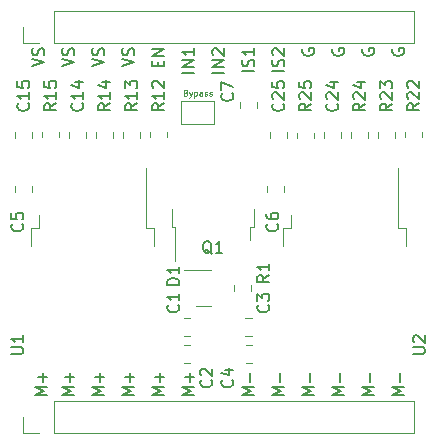
<source format=gbr>
%TF.GenerationSoftware,KiCad,Pcbnew,6.0.4-6f826c9f35~116~ubuntu20.04.1*%
%TF.CreationDate,2022-04-11T15:29:44-04:00*%
%TF.ProjectId,Brake Controller,4272616b-6520-4436-9f6e-74726f6c6c65,A*%
%TF.SameCoordinates,Original*%
%TF.FileFunction,Legend,Top*%
%TF.FilePolarity,Positive*%
%FSLAX46Y46*%
G04 Gerber Fmt 4.6, Leading zero omitted, Abs format (unit mm)*
G04 Created by KiCad (PCBNEW 6.0.4-6f826c9f35~116~ubuntu20.04.1) date 2022-04-11 15:29:44*
%MOMM*%
%LPD*%
G01*
G04 APERTURE LIST*
%ADD10C,0.150000*%
%ADD11C,0.100000*%
%ADD12C,0.120000*%
G04 APERTURE END LIST*
D10*
X135072380Y-120060404D02*
X134072380Y-120060404D01*
X134786666Y-119727071D01*
X134072380Y-119393738D01*
X135072380Y-119393738D01*
X134691428Y-118917547D02*
X134691428Y-118155642D01*
X135072380Y-118536595D02*
X134310476Y-118536595D01*
X149360000Y-90759595D02*
X149312380Y-90854833D01*
X149312380Y-90997690D01*
X149360000Y-91140547D01*
X149455238Y-91235785D01*
X149550476Y-91283404D01*
X149740952Y-91331023D01*
X149883809Y-91331023D01*
X150074285Y-91283404D01*
X150169523Y-91235785D01*
X150264761Y-91140547D01*
X150312380Y-90997690D01*
X150312380Y-90902452D01*
X150264761Y-90759595D01*
X150217142Y-90711976D01*
X149883809Y-90711976D01*
X149883809Y-90902452D01*
X150312380Y-120060404D02*
X149312380Y-120060404D01*
X150026666Y-119727071D01*
X149312380Y-119393738D01*
X150312380Y-119393738D01*
X149931428Y-118917547D02*
X149931428Y-118155642D01*
X147772380Y-120060404D02*
X146772380Y-120060404D01*
X147486666Y-119727071D01*
X146772380Y-119393738D01*
X147772380Y-119393738D01*
X147391428Y-118917547D02*
X147391428Y-118155642D01*
X123912380Y-92235785D02*
X124912380Y-91902452D01*
X123912380Y-91569119D01*
X124864761Y-91283404D02*
X124912380Y-91140547D01*
X124912380Y-90902452D01*
X124864761Y-90807214D01*
X124817142Y-90759595D01*
X124721904Y-90711976D01*
X124626666Y-90711976D01*
X124531428Y-90759595D01*
X124483809Y-90807214D01*
X124436190Y-90902452D01*
X124388571Y-91092928D01*
X124340952Y-91188166D01*
X124293333Y-91235785D01*
X124198095Y-91283404D01*
X124102857Y-91283404D01*
X124007619Y-91235785D01*
X123960000Y-91188166D01*
X123912380Y-91092928D01*
X123912380Y-90854833D01*
X123960000Y-90711976D01*
X132532380Y-120060404D02*
X131532380Y-120060404D01*
X132246666Y-119727071D01*
X131532380Y-119393738D01*
X132532380Y-119393738D01*
X132151428Y-118917547D02*
X132151428Y-118155642D01*
X132532380Y-118536595D02*
X131770476Y-118536595D01*
X142692380Y-120060404D02*
X141692380Y-120060404D01*
X142406666Y-119727071D01*
X141692380Y-119393738D01*
X142692380Y-119393738D01*
X142311428Y-118917547D02*
X142311428Y-118155642D01*
X145232380Y-120060404D02*
X144232380Y-120060404D01*
X144946666Y-119727071D01*
X144232380Y-119393738D01*
X145232380Y-119393738D01*
X144851428Y-118917547D02*
X144851428Y-118155642D01*
X155392380Y-120060404D02*
X154392380Y-120060404D01*
X155106666Y-119727071D01*
X154392380Y-119393738D01*
X155392380Y-119393738D01*
X155011428Y-118917547D02*
X155011428Y-118155642D01*
X142692380Y-92664357D02*
X141692380Y-92664357D01*
X142644761Y-92235785D02*
X142692380Y-92092928D01*
X142692380Y-91854833D01*
X142644761Y-91759595D01*
X142597142Y-91711976D01*
X142501904Y-91664357D01*
X142406666Y-91664357D01*
X142311428Y-91711976D01*
X142263809Y-91759595D01*
X142216190Y-91854833D01*
X142168571Y-92045309D01*
X142120952Y-92140547D01*
X142073333Y-92188166D01*
X141978095Y-92235785D01*
X141882857Y-92235785D01*
X141787619Y-92188166D01*
X141740000Y-92140547D01*
X141692380Y-92045309D01*
X141692380Y-91807214D01*
X141740000Y-91664357D01*
X142692380Y-90711976D02*
X142692380Y-91283404D01*
X142692380Y-90997690D02*
X141692380Y-90997690D01*
X141835238Y-91092928D01*
X141930476Y-91188166D01*
X141978095Y-91283404D01*
X140152380Y-92759595D02*
X139152380Y-92759595D01*
X140152380Y-92283404D02*
X139152380Y-92283404D01*
X140152380Y-91711976D01*
X139152380Y-91711976D01*
X139247619Y-91283404D02*
X139200000Y-91235785D01*
X139152380Y-91140547D01*
X139152380Y-90902452D01*
X139200000Y-90807214D01*
X139247619Y-90759595D01*
X139342857Y-90711976D01*
X139438095Y-90711976D01*
X139580952Y-90759595D01*
X140152380Y-91331023D01*
X140152380Y-90711976D01*
X145232380Y-92664357D02*
X144232380Y-92664357D01*
X145184761Y-92235785D02*
X145232380Y-92092928D01*
X145232380Y-91854833D01*
X145184761Y-91759595D01*
X145137142Y-91711976D01*
X145041904Y-91664357D01*
X144946666Y-91664357D01*
X144851428Y-91711976D01*
X144803809Y-91759595D01*
X144756190Y-91854833D01*
X144708571Y-92045309D01*
X144660952Y-92140547D01*
X144613333Y-92188166D01*
X144518095Y-92235785D01*
X144422857Y-92235785D01*
X144327619Y-92188166D01*
X144280000Y-92140547D01*
X144232380Y-92045309D01*
X144232380Y-91807214D01*
X144280000Y-91664357D01*
X144327619Y-91283404D02*
X144280000Y-91235785D01*
X144232380Y-91140547D01*
X144232380Y-90902452D01*
X144280000Y-90807214D01*
X144327619Y-90759595D01*
X144422857Y-90711976D01*
X144518095Y-90711976D01*
X144660952Y-90759595D01*
X145232380Y-91331023D01*
X145232380Y-90711976D01*
X146820000Y-90759595D02*
X146772380Y-90854833D01*
X146772380Y-90997690D01*
X146820000Y-91140547D01*
X146915238Y-91235785D01*
X147010476Y-91283404D01*
X147200952Y-91331023D01*
X147343809Y-91331023D01*
X147534285Y-91283404D01*
X147629523Y-91235785D01*
X147724761Y-91140547D01*
X147772380Y-90997690D01*
X147772380Y-90902452D01*
X147724761Y-90759595D01*
X147677142Y-90711976D01*
X147343809Y-90711976D01*
X147343809Y-90902452D01*
X131532380Y-92235785D02*
X132532380Y-91902452D01*
X131532380Y-91569119D01*
X132484761Y-91283404D02*
X132532380Y-91140547D01*
X132532380Y-90902452D01*
X132484761Y-90807214D01*
X132437142Y-90759595D01*
X132341904Y-90711976D01*
X132246666Y-90711976D01*
X132151428Y-90759595D01*
X132103809Y-90807214D01*
X132056190Y-90902452D01*
X132008571Y-91092928D01*
X131960952Y-91188166D01*
X131913333Y-91235785D01*
X131818095Y-91283404D01*
X131722857Y-91283404D01*
X131627619Y-91235785D01*
X131580000Y-91188166D01*
X131532380Y-91092928D01*
X131532380Y-90854833D01*
X131580000Y-90711976D01*
X154440000Y-90759595D02*
X154392380Y-90854833D01*
X154392380Y-90997690D01*
X154440000Y-91140547D01*
X154535238Y-91235785D01*
X154630476Y-91283404D01*
X154820952Y-91331023D01*
X154963809Y-91331023D01*
X155154285Y-91283404D01*
X155249523Y-91235785D01*
X155344761Y-91140547D01*
X155392380Y-90997690D01*
X155392380Y-90902452D01*
X155344761Y-90759595D01*
X155297142Y-90711976D01*
X154963809Y-90711976D01*
X154963809Y-90902452D01*
D11*
X136910095Y-94452285D02*
X136981523Y-94476095D01*
X137005333Y-94499904D01*
X137029142Y-94547523D01*
X137029142Y-94618952D01*
X137005333Y-94666571D01*
X136981523Y-94690380D01*
X136933904Y-94714190D01*
X136743428Y-94714190D01*
X136743428Y-94214190D01*
X136910095Y-94214190D01*
X136957714Y-94238000D01*
X136981523Y-94261809D01*
X137005333Y-94309428D01*
X137005333Y-94357047D01*
X136981523Y-94404666D01*
X136957714Y-94428476D01*
X136910095Y-94452285D01*
X136743428Y-94452285D01*
X137195809Y-94380857D02*
X137314857Y-94714190D01*
X137433904Y-94380857D02*
X137314857Y-94714190D01*
X137267238Y-94833238D01*
X137243428Y-94857047D01*
X137195809Y-94880857D01*
X137624380Y-94380857D02*
X137624380Y-94880857D01*
X137624380Y-94404666D02*
X137672000Y-94380857D01*
X137767238Y-94380857D01*
X137814857Y-94404666D01*
X137838666Y-94428476D01*
X137862476Y-94476095D01*
X137862476Y-94618952D01*
X137838666Y-94666571D01*
X137814857Y-94690380D01*
X137767238Y-94714190D01*
X137672000Y-94714190D01*
X137624380Y-94690380D01*
X138291047Y-94714190D02*
X138291047Y-94452285D01*
X138267238Y-94404666D01*
X138219619Y-94380857D01*
X138124380Y-94380857D01*
X138076761Y-94404666D01*
X138291047Y-94690380D02*
X138243428Y-94714190D01*
X138124380Y-94714190D01*
X138076761Y-94690380D01*
X138052952Y-94642761D01*
X138052952Y-94595142D01*
X138076761Y-94547523D01*
X138124380Y-94523714D01*
X138243428Y-94523714D01*
X138291047Y-94499904D01*
X138505333Y-94690380D02*
X138552952Y-94714190D01*
X138648190Y-94714190D01*
X138695809Y-94690380D01*
X138719619Y-94642761D01*
X138719619Y-94618952D01*
X138695809Y-94571333D01*
X138648190Y-94547523D01*
X138576761Y-94547523D01*
X138529142Y-94523714D01*
X138505333Y-94476095D01*
X138505333Y-94452285D01*
X138529142Y-94404666D01*
X138576761Y-94380857D01*
X138648190Y-94380857D01*
X138695809Y-94404666D01*
X138910095Y-94690380D02*
X138957714Y-94714190D01*
X139052952Y-94714190D01*
X139100571Y-94690380D01*
X139124380Y-94642761D01*
X139124380Y-94618952D01*
X139100571Y-94571333D01*
X139052952Y-94547523D01*
X138981523Y-94547523D01*
X138933904Y-94523714D01*
X138910095Y-94476095D01*
X138910095Y-94452285D01*
X138933904Y-94404666D01*
X138981523Y-94380857D01*
X139052952Y-94380857D01*
X139100571Y-94404666D01*
D10*
X126452380Y-92235785D02*
X127452380Y-91902452D01*
X126452380Y-91569119D01*
X127404761Y-91283404D02*
X127452380Y-91140547D01*
X127452380Y-90902452D01*
X127404761Y-90807214D01*
X127357142Y-90759595D01*
X127261904Y-90711976D01*
X127166666Y-90711976D01*
X127071428Y-90759595D01*
X127023809Y-90807214D01*
X126976190Y-90902452D01*
X126928571Y-91092928D01*
X126880952Y-91188166D01*
X126833333Y-91235785D01*
X126738095Y-91283404D01*
X126642857Y-91283404D01*
X126547619Y-91235785D01*
X126500000Y-91188166D01*
X126452380Y-91092928D01*
X126452380Y-90854833D01*
X126500000Y-90711976D01*
X129992380Y-120060404D02*
X128992380Y-120060404D01*
X129706666Y-119727071D01*
X128992380Y-119393738D01*
X129992380Y-119393738D01*
X129611428Y-118917547D02*
X129611428Y-118155642D01*
X129992380Y-118536595D02*
X129230476Y-118536595D01*
X151900000Y-90759595D02*
X151852380Y-90854833D01*
X151852380Y-90997690D01*
X151900000Y-91140547D01*
X151995238Y-91235785D01*
X152090476Y-91283404D01*
X152280952Y-91331023D01*
X152423809Y-91331023D01*
X152614285Y-91283404D01*
X152709523Y-91235785D01*
X152804761Y-91140547D01*
X152852380Y-90997690D01*
X152852380Y-90902452D01*
X152804761Y-90759595D01*
X152757142Y-90711976D01*
X152423809Y-90711976D01*
X152423809Y-90902452D01*
X125166380Y-120060404D02*
X124166380Y-120060404D01*
X124880666Y-119727071D01*
X124166380Y-119393738D01*
X125166380Y-119393738D01*
X124785428Y-118917547D02*
X124785428Y-118155642D01*
X125166380Y-118536595D02*
X124404476Y-118536595D01*
X134548571Y-92235785D02*
X134548571Y-91902452D01*
X135072380Y-91759595D02*
X135072380Y-92235785D01*
X134072380Y-92235785D01*
X134072380Y-91759595D01*
X135072380Y-91331023D02*
X134072380Y-91331023D01*
X135072380Y-90759595D01*
X134072380Y-90759595D01*
X152852380Y-120060404D02*
X151852380Y-120060404D01*
X152566666Y-119727071D01*
X151852380Y-119393738D01*
X152852380Y-119393738D01*
X152471428Y-118917547D02*
X152471428Y-118155642D01*
X137612380Y-92759595D02*
X136612380Y-92759595D01*
X137612380Y-92283404D02*
X136612380Y-92283404D01*
X137612380Y-91711976D01*
X136612380Y-91711976D01*
X137612380Y-90711976D02*
X137612380Y-91283404D01*
X137612380Y-90997690D02*
X136612380Y-90997690D01*
X136755238Y-91092928D01*
X136850476Y-91188166D01*
X136898095Y-91283404D01*
X137612380Y-120060404D02*
X136612380Y-120060404D01*
X137326666Y-119727071D01*
X136612380Y-119393738D01*
X137612380Y-119393738D01*
X137231428Y-118917547D02*
X137231428Y-118155642D01*
X137612380Y-118536595D02*
X136850476Y-118536595D01*
X127452380Y-120060404D02*
X126452380Y-120060404D01*
X127166666Y-119727071D01*
X126452380Y-119393738D01*
X127452380Y-119393738D01*
X127071428Y-118917547D02*
X127071428Y-118155642D01*
X127452380Y-118536595D02*
X126690476Y-118536595D01*
X128992380Y-92235785D02*
X129992380Y-91902452D01*
X128992380Y-91569119D01*
X129944761Y-91283404D02*
X129992380Y-91140547D01*
X129992380Y-90902452D01*
X129944761Y-90807214D01*
X129897142Y-90759595D01*
X129801904Y-90711976D01*
X129706666Y-90711976D01*
X129611428Y-90759595D01*
X129563809Y-90807214D01*
X129516190Y-90902452D01*
X129468571Y-91092928D01*
X129420952Y-91188166D01*
X129373333Y-91235785D01*
X129278095Y-91283404D01*
X129182857Y-91283404D01*
X129087619Y-91235785D01*
X129040000Y-91188166D01*
X128992380Y-91092928D01*
X128992380Y-90854833D01*
X129040000Y-90711976D01*
%TO.C,C6*%
X144629142Y-105576666D02*
X144676761Y-105624285D01*
X144724380Y-105767142D01*
X144724380Y-105862380D01*
X144676761Y-106005238D01*
X144581523Y-106100476D01*
X144486285Y-106148095D01*
X144295809Y-106195714D01*
X144152952Y-106195714D01*
X143962476Y-106148095D01*
X143867238Y-106100476D01*
X143772000Y-106005238D01*
X143724380Y-105862380D01*
X143724380Y-105767142D01*
X143772000Y-105624285D01*
X143819619Y-105576666D01*
X143724380Y-104719523D02*
X143724380Y-104910000D01*
X143772000Y-105005238D01*
X143819619Y-105052857D01*
X143962476Y-105148095D01*
X144152952Y-105195714D01*
X144533904Y-105195714D01*
X144629142Y-105148095D01*
X144676761Y-105100476D01*
X144724380Y-105005238D01*
X144724380Y-104814761D01*
X144676761Y-104719523D01*
X144629142Y-104671904D01*
X144533904Y-104624285D01*
X144295809Y-104624285D01*
X144200571Y-104671904D01*
X144152952Y-104719523D01*
X144105333Y-104814761D01*
X144105333Y-105005238D01*
X144152952Y-105100476D01*
X144200571Y-105148095D01*
X144295809Y-105195714D01*
%TO.C,C24*%
X149709142Y-95384857D02*
X149756761Y-95432476D01*
X149804380Y-95575333D01*
X149804380Y-95670571D01*
X149756761Y-95813428D01*
X149661523Y-95908666D01*
X149566285Y-95956285D01*
X149375809Y-96003904D01*
X149232952Y-96003904D01*
X149042476Y-95956285D01*
X148947238Y-95908666D01*
X148852000Y-95813428D01*
X148804380Y-95670571D01*
X148804380Y-95575333D01*
X148852000Y-95432476D01*
X148899619Y-95384857D01*
X148899619Y-95003904D02*
X148852000Y-94956285D01*
X148804380Y-94861047D01*
X148804380Y-94622952D01*
X148852000Y-94527714D01*
X148899619Y-94480095D01*
X148994857Y-94432476D01*
X149090095Y-94432476D01*
X149232952Y-94480095D01*
X149804380Y-95051523D01*
X149804380Y-94432476D01*
X149137714Y-93575333D02*
X149804380Y-93575333D01*
X148756761Y-93813428D02*
X149471047Y-94051523D01*
X149471047Y-93432476D01*
%TO.C,R12*%
X135072380Y-95368857D02*
X134596190Y-95702190D01*
X135072380Y-95940285D02*
X134072380Y-95940285D01*
X134072380Y-95559333D01*
X134120000Y-95464095D01*
X134167619Y-95416476D01*
X134262857Y-95368857D01*
X134405714Y-95368857D01*
X134500952Y-95416476D01*
X134548571Y-95464095D01*
X134596190Y-95559333D01*
X134596190Y-95940285D01*
X135072380Y-94416476D02*
X135072380Y-94987904D01*
X135072380Y-94702190D02*
X134072380Y-94702190D01*
X134215238Y-94797428D01*
X134310476Y-94892666D01*
X134358095Y-94987904D01*
X134167619Y-94035523D02*
X134120000Y-93987904D01*
X134072380Y-93892666D01*
X134072380Y-93654571D01*
X134120000Y-93559333D01*
X134167619Y-93511714D01*
X134262857Y-93464095D01*
X134358095Y-93464095D01*
X134500952Y-93511714D01*
X135072380Y-94083142D01*
X135072380Y-93464095D01*
%TO.C,R1*%
X143962380Y-109894666D02*
X143486190Y-110228000D01*
X143962380Y-110466095D02*
X142962380Y-110466095D01*
X142962380Y-110085142D01*
X143010000Y-109989904D01*
X143057619Y-109942285D01*
X143152857Y-109894666D01*
X143295714Y-109894666D01*
X143390952Y-109942285D01*
X143438571Y-109989904D01*
X143486190Y-110085142D01*
X143486190Y-110466095D01*
X143962380Y-108942285D02*
X143962380Y-109513714D01*
X143962380Y-109228000D02*
X142962380Y-109228000D01*
X143105238Y-109323238D01*
X143200476Y-109418476D01*
X143248095Y-109513714D01*
%TO.C,R15*%
X125928380Y-95368857D02*
X125452190Y-95702190D01*
X125928380Y-95940285D02*
X124928380Y-95940285D01*
X124928380Y-95559333D01*
X124976000Y-95464095D01*
X125023619Y-95416476D01*
X125118857Y-95368857D01*
X125261714Y-95368857D01*
X125356952Y-95416476D01*
X125404571Y-95464095D01*
X125452190Y-95559333D01*
X125452190Y-95940285D01*
X125928380Y-94416476D02*
X125928380Y-94987904D01*
X125928380Y-94702190D02*
X124928380Y-94702190D01*
X125071238Y-94797428D01*
X125166476Y-94892666D01*
X125214095Y-94987904D01*
X124928380Y-93511714D02*
X124928380Y-93987904D01*
X125404571Y-94035523D01*
X125356952Y-93987904D01*
X125309333Y-93892666D01*
X125309333Y-93654571D01*
X125356952Y-93559333D01*
X125404571Y-93511714D01*
X125499809Y-93464095D01*
X125737904Y-93464095D01*
X125833142Y-93511714D01*
X125880761Y-93559333D01*
X125928380Y-93654571D01*
X125928380Y-93892666D01*
X125880761Y-93987904D01*
X125833142Y-94035523D01*
%TO.C,C14*%
X128119142Y-95368857D02*
X128166761Y-95416476D01*
X128214380Y-95559333D01*
X128214380Y-95654571D01*
X128166761Y-95797428D01*
X128071523Y-95892666D01*
X127976285Y-95940285D01*
X127785809Y-95987904D01*
X127642952Y-95987904D01*
X127452476Y-95940285D01*
X127357238Y-95892666D01*
X127262000Y-95797428D01*
X127214380Y-95654571D01*
X127214380Y-95559333D01*
X127262000Y-95416476D01*
X127309619Y-95368857D01*
X128214380Y-94416476D02*
X128214380Y-94987904D01*
X128214380Y-94702190D02*
X127214380Y-94702190D01*
X127357238Y-94797428D01*
X127452476Y-94892666D01*
X127500095Y-94987904D01*
X127547714Y-93559333D02*
X128214380Y-93559333D01*
X127166761Y-93797428D02*
X127881047Y-94035523D01*
X127881047Y-93416476D01*
%TO.C,U1*%
X122134380Y-116585904D02*
X122943904Y-116585904D01*
X123039142Y-116538285D01*
X123086761Y-116490666D01*
X123134380Y-116395428D01*
X123134380Y-116204952D01*
X123086761Y-116109714D01*
X123039142Y-116062095D01*
X122943904Y-116014476D01*
X122134380Y-116014476D01*
X123134380Y-115014476D02*
X123134380Y-115585904D01*
X123134380Y-115300190D02*
X122134380Y-115300190D01*
X122277238Y-115395428D01*
X122372476Y-115490666D01*
X122420095Y-115585904D01*
%TO.C,C4*%
X140819142Y-118784666D02*
X140866761Y-118832285D01*
X140914380Y-118975142D01*
X140914380Y-119070380D01*
X140866761Y-119213238D01*
X140771523Y-119308476D01*
X140676285Y-119356095D01*
X140485809Y-119403714D01*
X140342952Y-119403714D01*
X140152476Y-119356095D01*
X140057238Y-119308476D01*
X139962000Y-119213238D01*
X139914380Y-119070380D01*
X139914380Y-118975142D01*
X139962000Y-118832285D01*
X140009619Y-118784666D01*
X140247714Y-117927523D02*
X140914380Y-117927523D01*
X139866761Y-118165619D02*
X140581047Y-118403714D01*
X140581047Y-117784666D01*
%TO.C,Q1*%
X139097761Y-108116619D02*
X139002523Y-108069000D01*
X138907285Y-107973761D01*
X138764428Y-107830904D01*
X138669190Y-107783285D01*
X138573952Y-107783285D01*
X138621571Y-108021380D02*
X138526333Y-107973761D01*
X138431095Y-107878523D01*
X138383476Y-107688047D01*
X138383476Y-107354714D01*
X138431095Y-107164238D01*
X138526333Y-107069000D01*
X138621571Y-107021380D01*
X138812047Y-107021380D01*
X138907285Y-107069000D01*
X139002523Y-107164238D01*
X139050142Y-107354714D01*
X139050142Y-107688047D01*
X139002523Y-107878523D01*
X138907285Y-107973761D01*
X138812047Y-108021380D01*
X138621571Y-108021380D01*
X140002523Y-108021380D02*
X139431095Y-108021380D01*
X139716809Y-108021380D02*
X139716809Y-107021380D01*
X139621571Y-107164238D01*
X139526333Y-107259476D01*
X139431095Y-107307095D01*
%TO.C,C1*%
X136247142Y-112434666D02*
X136294761Y-112482285D01*
X136342380Y-112625142D01*
X136342380Y-112720380D01*
X136294761Y-112863238D01*
X136199523Y-112958476D01*
X136104285Y-113006095D01*
X135913809Y-113053714D01*
X135770952Y-113053714D01*
X135580476Y-113006095D01*
X135485238Y-112958476D01*
X135390000Y-112863238D01*
X135342380Y-112720380D01*
X135342380Y-112625142D01*
X135390000Y-112482285D01*
X135437619Y-112434666D01*
X136342380Y-111482285D02*
X136342380Y-112053714D01*
X136342380Y-111768000D02*
X135342380Y-111768000D01*
X135485238Y-111863238D01*
X135580476Y-111958476D01*
X135628095Y-112053714D01*
%TO.C,R24*%
X152090380Y-95384857D02*
X151614190Y-95718190D01*
X152090380Y-95956285D02*
X151090380Y-95956285D01*
X151090380Y-95575333D01*
X151138000Y-95480095D01*
X151185619Y-95432476D01*
X151280857Y-95384857D01*
X151423714Y-95384857D01*
X151518952Y-95432476D01*
X151566571Y-95480095D01*
X151614190Y-95575333D01*
X151614190Y-95956285D01*
X151185619Y-95003904D02*
X151138000Y-94956285D01*
X151090380Y-94861047D01*
X151090380Y-94622952D01*
X151138000Y-94527714D01*
X151185619Y-94480095D01*
X151280857Y-94432476D01*
X151376095Y-94432476D01*
X151518952Y-94480095D01*
X152090380Y-95051523D01*
X152090380Y-94432476D01*
X151423714Y-93575333D02*
X152090380Y-93575333D01*
X151042761Y-93813428D02*
X151757047Y-94051523D01*
X151757047Y-93432476D01*
%TO.C,R22*%
X156662380Y-95368857D02*
X156186190Y-95702190D01*
X156662380Y-95940285D02*
X155662380Y-95940285D01*
X155662380Y-95559333D01*
X155710000Y-95464095D01*
X155757619Y-95416476D01*
X155852857Y-95368857D01*
X155995714Y-95368857D01*
X156090952Y-95416476D01*
X156138571Y-95464095D01*
X156186190Y-95559333D01*
X156186190Y-95940285D01*
X155757619Y-94987904D02*
X155710000Y-94940285D01*
X155662380Y-94845047D01*
X155662380Y-94606952D01*
X155710000Y-94511714D01*
X155757619Y-94464095D01*
X155852857Y-94416476D01*
X155948095Y-94416476D01*
X156090952Y-94464095D01*
X156662380Y-95035523D01*
X156662380Y-94416476D01*
X155757619Y-94035523D02*
X155710000Y-93987904D01*
X155662380Y-93892666D01*
X155662380Y-93654571D01*
X155710000Y-93559333D01*
X155757619Y-93511714D01*
X155852857Y-93464095D01*
X155948095Y-93464095D01*
X156090952Y-93511714D01*
X156662380Y-94083142D01*
X156662380Y-93464095D01*
%TO.C,R13*%
X132786380Y-95368857D02*
X132310190Y-95702190D01*
X132786380Y-95940285D02*
X131786380Y-95940285D01*
X131786380Y-95559333D01*
X131834000Y-95464095D01*
X131881619Y-95416476D01*
X131976857Y-95368857D01*
X132119714Y-95368857D01*
X132214952Y-95416476D01*
X132262571Y-95464095D01*
X132310190Y-95559333D01*
X132310190Y-95940285D01*
X132786380Y-94416476D02*
X132786380Y-94987904D01*
X132786380Y-94702190D02*
X131786380Y-94702190D01*
X131929238Y-94797428D01*
X132024476Y-94892666D01*
X132072095Y-94987904D01*
X131786380Y-94083142D02*
X131786380Y-93464095D01*
X132167333Y-93797428D01*
X132167333Y-93654571D01*
X132214952Y-93559333D01*
X132262571Y-93511714D01*
X132357809Y-93464095D01*
X132595904Y-93464095D01*
X132691142Y-93511714D01*
X132738761Y-93559333D01*
X132786380Y-93654571D01*
X132786380Y-93940285D01*
X132738761Y-94035523D01*
X132691142Y-94083142D01*
%TO.C,C25*%
X145137142Y-95384857D02*
X145184761Y-95432476D01*
X145232380Y-95575333D01*
X145232380Y-95670571D01*
X145184761Y-95813428D01*
X145089523Y-95908666D01*
X144994285Y-95956285D01*
X144803809Y-96003904D01*
X144660952Y-96003904D01*
X144470476Y-95956285D01*
X144375238Y-95908666D01*
X144280000Y-95813428D01*
X144232380Y-95670571D01*
X144232380Y-95575333D01*
X144280000Y-95432476D01*
X144327619Y-95384857D01*
X144327619Y-95003904D02*
X144280000Y-94956285D01*
X144232380Y-94861047D01*
X144232380Y-94622952D01*
X144280000Y-94527714D01*
X144327619Y-94480095D01*
X144422857Y-94432476D01*
X144518095Y-94432476D01*
X144660952Y-94480095D01*
X145232380Y-95051523D01*
X145232380Y-94432476D01*
X144232380Y-93527714D02*
X144232380Y-94003904D01*
X144708571Y-94051523D01*
X144660952Y-94003904D01*
X144613333Y-93908666D01*
X144613333Y-93670571D01*
X144660952Y-93575333D01*
X144708571Y-93527714D01*
X144803809Y-93480095D01*
X145041904Y-93480095D01*
X145137142Y-93527714D01*
X145184761Y-93575333D01*
X145232380Y-93670571D01*
X145232380Y-93908666D01*
X145184761Y-94003904D01*
X145137142Y-94051523D01*
%TO.C,U2*%
X156151380Y-116585904D02*
X156960904Y-116585904D01*
X157056142Y-116538285D01*
X157103761Y-116490666D01*
X157151380Y-116395428D01*
X157151380Y-116204952D01*
X157103761Y-116109714D01*
X157056142Y-116062095D01*
X156960904Y-116014476D01*
X156151380Y-116014476D01*
X156246619Y-115585904D02*
X156199000Y-115538285D01*
X156151380Y-115443047D01*
X156151380Y-115204952D01*
X156199000Y-115109714D01*
X156246619Y-115062095D01*
X156341857Y-115014476D01*
X156437095Y-115014476D01*
X156579952Y-115062095D01*
X157151380Y-115633523D01*
X157151380Y-115014476D01*
%TO.C,C2*%
X139041142Y-118784666D02*
X139088761Y-118832285D01*
X139136380Y-118975142D01*
X139136380Y-119070380D01*
X139088761Y-119213238D01*
X138993523Y-119308476D01*
X138898285Y-119356095D01*
X138707809Y-119403714D01*
X138564952Y-119403714D01*
X138374476Y-119356095D01*
X138279238Y-119308476D01*
X138184000Y-119213238D01*
X138136380Y-119070380D01*
X138136380Y-118975142D01*
X138184000Y-118832285D01*
X138231619Y-118784666D01*
X138231619Y-118403714D02*
X138184000Y-118356095D01*
X138136380Y-118260857D01*
X138136380Y-118022761D01*
X138184000Y-117927523D01*
X138231619Y-117879904D01*
X138326857Y-117832285D01*
X138422095Y-117832285D01*
X138564952Y-117879904D01*
X139136380Y-118451333D01*
X139136380Y-117832285D01*
%TO.C,C15*%
X123547142Y-95368857D02*
X123594761Y-95416476D01*
X123642380Y-95559333D01*
X123642380Y-95654571D01*
X123594761Y-95797428D01*
X123499523Y-95892666D01*
X123404285Y-95940285D01*
X123213809Y-95987904D01*
X123070952Y-95987904D01*
X122880476Y-95940285D01*
X122785238Y-95892666D01*
X122690000Y-95797428D01*
X122642380Y-95654571D01*
X122642380Y-95559333D01*
X122690000Y-95416476D01*
X122737619Y-95368857D01*
X123642380Y-94416476D02*
X123642380Y-94987904D01*
X123642380Y-94702190D02*
X122642380Y-94702190D01*
X122785238Y-94797428D01*
X122880476Y-94892666D01*
X122928095Y-94987904D01*
X122642380Y-93511714D02*
X122642380Y-93987904D01*
X123118571Y-94035523D01*
X123070952Y-93987904D01*
X123023333Y-93892666D01*
X123023333Y-93654571D01*
X123070952Y-93559333D01*
X123118571Y-93511714D01*
X123213809Y-93464095D01*
X123451904Y-93464095D01*
X123547142Y-93511714D01*
X123594761Y-93559333D01*
X123642380Y-93654571D01*
X123642380Y-93892666D01*
X123594761Y-93987904D01*
X123547142Y-94035523D01*
%TO.C,R25*%
X147518380Y-95384857D02*
X147042190Y-95718190D01*
X147518380Y-95956285D02*
X146518380Y-95956285D01*
X146518380Y-95575333D01*
X146566000Y-95480095D01*
X146613619Y-95432476D01*
X146708857Y-95384857D01*
X146851714Y-95384857D01*
X146946952Y-95432476D01*
X146994571Y-95480095D01*
X147042190Y-95575333D01*
X147042190Y-95956285D01*
X146613619Y-95003904D02*
X146566000Y-94956285D01*
X146518380Y-94861047D01*
X146518380Y-94622952D01*
X146566000Y-94527714D01*
X146613619Y-94480095D01*
X146708857Y-94432476D01*
X146804095Y-94432476D01*
X146946952Y-94480095D01*
X147518380Y-95051523D01*
X147518380Y-94432476D01*
X146518380Y-93527714D02*
X146518380Y-94003904D01*
X146994571Y-94051523D01*
X146946952Y-94003904D01*
X146899333Y-93908666D01*
X146899333Y-93670571D01*
X146946952Y-93575333D01*
X146994571Y-93527714D01*
X147089809Y-93480095D01*
X147327904Y-93480095D01*
X147423142Y-93527714D01*
X147470761Y-93575333D01*
X147518380Y-93670571D01*
X147518380Y-93908666D01*
X147470761Y-94003904D01*
X147423142Y-94051523D01*
%TO.C,D1*%
X136342380Y-110720095D02*
X135342380Y-110720095D01*
X135342380Y-110482000D01*
X135390000Y-110339142D01*
X135485238Y-110243904D01*
X135580476Y-110196285D01*
X135770952Y-110148666D01*
X135913809Y-110148666D01*
X136104285Y-110196285D01*
X136199523Y-110243904D01*
X136294761Y-110339142D01*
X136342380Y-110482000D01*
X136342380Y-110720095D01*
X136342380Y-109196285D02*
X136342380Y-109767714D01*
X136342380Y-109482000D02*
X135342380Y-109482000D01*
X135485238Y-109577238D01*
X135580476Y-109672476D01*
X135628095Y-109767714D01*
%TO.C,R14*%
X130500380Y-95368857D02*
X130024190Y-95702190D01*
X130500380Y-95940285D02*
X129500380Y-95940285D01*
X129500380Y-95559333D01*
X129548000Y-95464095D01*
X129595619Y-95416476D01*
X129690857Y-95368857D01*
X129833714Y-95368857D01*
X129928952Y-95416476D01*
X129976571Y-95464095D01*
X130024190Y-95559333D01*
X130024190Y-95940285D01*
X130500380Y-94416476D02*
X130500380Y-94987904D01*
X130500380Y-94702190D02*
X129500380Y-94702190D01*
X129643238Y-94797428D01*
X129738476Y-94892666D01*
X129786095Y-94987904D01*
X129833714Y-93559333D02*
X130500380Y-93559333D01*
X129452761Y-93797428D02*
X130167047Y-94035523D01*
X130167047Y-93416476D01*
%TO.C,C3*%
X143867142Y-112434666D02*
X143914761Y-112482285D01*
X143962380Y-112625142D01*
X143962380Y-112720380D01*
X143914761Y-112863238D01*
X143819523Y-112958476D01*
X143724285Y-113006095D01*
X143533809Y-113053714D01*
X143390952Y-113053714D01*
X143200476Y-113006095D01*
X143105238Y-112958476D01*
X143010000Y-112863238D01*
X142962380Y-112720380D01*
X142962380Y-112625142D01*
X143010000Y-112482285D01*
X143057619Y-112434666D01*
X142962380Y-112101333D02*
X142962380Y-111482285D01*
X143343333Y-111815619D01*
X143343333Y-111672761D01*
X143390952Y-111577523D01*
X143438571Y-111529904D01*
X143533809Y-111482285D01*
X143771904Y-111482285D01*
X143867142Y-111529904D01*
X143914761Y-111577523D01*
X143962380Y-111672761D01*
X143962380Y-111958476D01*
X143914761Y-112053714D01*
X143867142Y-112101333D01*
%TO.C,C5*%
X123039142Y-105576666D02*
X123086761Y-105624285D01*
X123134380Y-105767142D01*
X123134380Y-105862380D01*
X123086761Y-106005238D01*
X122991523Y-106100476D01*
X122896285Y-106148095D01*
X122705809Y-106195714D01*
X122562952Y-106195714D01*
X122372476Y-106148095D01*
X122277238Y-106100476D01*
X122182000Y-106005238D01*
X122134380Y-105862380D01*
X122134380Y-105767142D01*
X122182000Y-105624285D01*
X122229619Y-105576666D01*
X122134380Y-104671904D02*
X122134380Y-105148095D01*
X122610571Y-105195714D01*
X122562952Y-105148095D01*
X122515333Y-105052857D01*
X122515333Y-104814761D01*
X122562952Y-104719523D01*
X122610571Y-104671904D01*
X122705809Y-104624285D01*
X122943904Y-104624285D01*
X123039142Y-104671904D01*
X123086761Y-104719523D01*
X123134380Y-104814761D01*
X123134380Y-105052857D01*
X123086761Y-105148095D01*
X123039142Y-105195714D01*
%TO.C,C7*%
X140819142Y-94527666D02*
X140866761Y-94575285D01*
X140914380Y-94718142D01*
X140914380Y-94813380D01*
X140866761Y-94956238D01*
X140771523Y-95051476D01*
X140676285Y-95099095D01*
X140485809Y-95146714D01*
X140342952Y-95146714D01*
X140152476Y-95099095D01*
X140057238Y-95051476D01*
X139962000Y-94956238D01*
X139914380Y-94813380D01*
X139914380Y-94718142D01*
X139962000Y-94575285D01*
X140009619Y-94527666D01*
X139914380Y-94194333D02*
X139914380Y-93527666D01*
X140914380Y-93956238D01*
%TO.C,R23*%
X154376380Y-95384857D02*
X153900190Y-95718190D01*
X154376380Y-95956285D02*
X153376380Y-95956285D01*
X153376380Y-95575333D01*
X153424000Y-95480095D01*
X153471619Y-95432476D01*
X153566857Y-95384857D01*
X153709714Y-95384857D01*
X153804952Y-95432476D01*
X153852571Y-95480095D01*
X153900190Y-95575333D01*
X153900190Y-95956285D01*
X153471619Y-95003904D02*
X153424000Y-94956285D01*
X153376380Y-94861047D01*
X153376380Y-94622952D01*
X153424000Y-94527714D01*
X153471619Y-94480095D01*
X153566857Y-94432476D01*
X153662095Y-94432476D01*
X153804952Y-94480095D01*
X154376380Y-95051523D01*
X154376380Y-94432476D01*
X153376380Y-94099142D02*
X153376380Y-93480095D01*
X153757333Y-93813428D01*
X153757333Y-93670571D01*
X153804952Y-93575333D01*
X153852571Y-93527714D01*
X153947809Y-93480095D01*
X154185904Y-93480095D01*
X154281142Y-93527714D01*
X154328761Y-93575333D01*
X154376380Y-93670571D01*
X154376380Y-93956285D01*
X154328761Y-94051523D01*
X154281142Y-94099142D01*
D12*
%TO.C,C6*%
X145261000Y-102354748D02*
X145261000Y-102877252D01*
X143791000Y-102354748D02*
X143791000Y-102877252D01*
%TO.C,C24*%
X148617000Y-98305252D02*
X148617000Y-97782748D01*
X150087000Y-98305252D02*
X150087000Y-97782748D01*
%TO.C,R12*%
X133885000Y-98255064D02*
X133885000Y-97800936D01*
X135355000Y-98255064D02*
X135355000Y-97800936D01*
%TO.C,JP1*%
X136522000Y-95139000D02*
X139322000Y-95139000D01*
X139322000Y-97139000D02*
X136522000Y-97139000D01*
X139322000Y-95139000D02*
X139322000Y-97139000D01*
X136522000Y-97139000D02*
X136522000Y-95139000D01*
%TO.C,R1*%
X140997000Y-110770936D02*
X140997000Y-111225064D01*
X142467000Y-110770936D02*
X142467000Y-111225064D01*
%TO.C,J2*%
X125730000Y-120590000D02*
X156270000Y-120590000D01*
X125730000Y-123250000D02*
X125730000Y-120590000D01*
X124460000Y-123250000D02*
X123130000Y-123250000D01*
X156270000Y-123250000D02*
X156270000Y-120590000D01*
X125730000Y-123250000D02*
X156270000Y-123250000D01*
X123130000Y-123250000D02*
X123130000Y-121920000D01*
%TO.C,R15*%
X126211000Y-98255064D02*
X126211000Y-97800936D01*
X124741000Y-98255064D02*
X124741000Y-97800936D01*
%TO.C,C14*%
X128497000Y-98289252D02*
X128497000Y-97766748D01*
X127027000Y-98289252D02*
X127027000Y-97766748D01*
%TO.C,U1*%
X134232000Y-107443000D02*
X134232000Y-105943000D01*
X123832000Y-107443000D02*
X123832000Y-105943000D01*
X134232000Y-105943000D02*
X133542000Y-105943000D01*
X133542000Y-105943000D02*
X133542000Y-100818000D01*
X123832000Y-105943000D02*
X124522000Y-105943000D01*
X124522000Y-105943000D02*
X124522000Y-104843000D01*
%TO.C,C4*%
X142501252Y-117321000D02*
X141978748Y-117321000D01*
X142501252Y-115851000D02*
X141978748Y-115851000D01*
%TO.C,Q1*%
X135743000Y-104348000D02*
X135743000Y-105848000D01*
X142643000Y-105848000D02*
X142373000Y-105848000D01*
X142643000Y-104348000D02*
X142643000Y-105848000D01*
X142373000Y-105848000D02*
X142373000Y-106948000D01*
X136013000Y-105848000D02*
X136013000Y-108678000D01*
X135743000Y-105848000D02*
X136013000Y-105848000D01*
%TO.C,C1*%
X137294252Y-113565000D02*
X136771748Y-113565000D01*
X137294252Y-115035000D02*
X136771748Y-115035000D01*
%TO.C,R24*%
X150903000Y-98271064D02*
X150903000Y-97816936D01*
X152373000Y-98271064D02*
X152373000Y-97816936D01*
%TO.C,R22*%
X155475000Y-98255064D02*
X155475000Y-97800936D01*
X156945000Y-98255064D02*
X156945000Y-97800936D01*
%TO.C,R13*%
X131599000Y-98271064D02*
X131599000Y-97816936D01*
X133069000Y-98271064D02*
X133069000Y-97816936D01*
%TO.C,C25*%
X144045000Y-98305252D02*
X144045000Y-97782748D01*
X145515000Y-98305252D02*
X145515000Y-97782748D01*
%TO.C,U2*%
X145858000Y-105943000D02*
X145858000Y-104843000D01*
X155568000Y-105943000D02*
X154878000Y-105943000D01*
X145168000Y-107443000D02*
X145168000Y-105943000D01*
X154878000Y-105943000D02*
X154878000Y-100818000D01*
X145168000Y-105943000D02*
X145858000Y-105943000D01*
X155568000Y-107443000D02*
X155568000Y-105943000D01*
%TO.C,C2*%
X136771748Y-115851000D02*
X137294252Y-115851000D01*
X136771748Y-117321000D02*
X137294252Y-117321000D01*
%TO.C,C15*%
X123925000Y-98289252D02*
X123925000Y-97766748D01*
X122455000Y-98289252D02*
X122455000Y-97766748D01*
%TO.C,R25*%
X146331000Y-98287064D02*
X146331000Y-97832936D01*
X147801000Y-98287064D02*
X147801000Y-97832936D01*
%TO.C,D1*%
X138430000Y-112558000D02*
X137780000Y-112558000D01*
X138430000Y-109438000D02*
X139080000Y-109438000D01*
X138430000Y-112558000D02*
X139080000Y-112558000D01*
X138430000Y-109438000D02*
X136755000Y-109438000D01*
%TO.C,J1*%
X125730000Y-90230000D02*
X156270000Y-90230000D01*
X125730000Y-90230000D02*
X125730000Y-87570000D01*
X125730000Y-87570000D02*
X156270000Y-87570000D01*
X123130000Y-90230000D02*
X123130000Y-88900000D01*
X156270000Y-90230000D02*
X156270000Y-87570000D01*
X124460000Y-90230000D02*
X123130000Y-90230000D01*
%TO.C,R14*%
X129313000Y-98271064D02*
X129313000Y-97816936D01*
X130783000Y-98271064D02*
X130783000Y-97816936D01*
%TO.C,C3*%
X141957248Y-113565000D02*
X142479752Y-113565000D01*
X141957248Y-115035000D02*
X142479752Y-115035000D01*
%TO.C,C5*%
X122455000Y-102354748D02*
X122455000Y-102877252D01*
X123925000Y-102354748D02*
X123925000Y-102877252D01*
%TO.C,C7*%
X141505000Y-95765252D02*
X141505000Y-95242748D01*
X142975000Y-95765252D02*
X142975000Y-95242748D01*
%TO.C,R23*%
X153189000Y-98271064D02*
X153189000Y-97816936D01*
X154659000Y-98271064D02*
X154659000Y-97816936D01*
%TD*%
M02*

</source>
